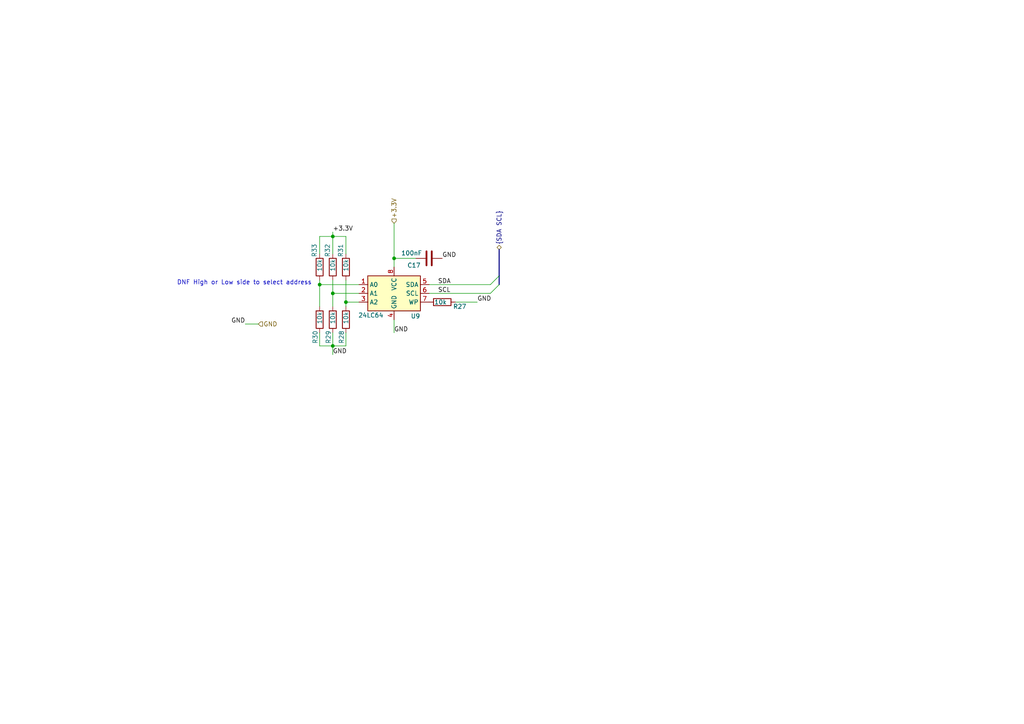
<source format=kicad_sch>
(kicad_sch (version 20231120) (generator "eeschema") (generator_version "8.0")
  (paper "A4")
  (lib_symbols
    (symbol "Device:C" (pin_numbers hide) (pin_names (offset 0.254))
      (property "Reference" "C" (at 0.635 2.54 0))
      (property "Value" "C" (at 0.635 -2.54 0))
      (symbol "C_0_1"
        (polyline (pts (xy -2.032 -0.762) (xy 2.032 -0.762)) (stroke (width 0.508)))
        (polyline (pts (xy -2.032 0.762) (xy 2.032 0.762)) (stroke (width 0.508)))
      )
      (symbol "C_1_1"
        (pin passive line (at 0 3.81 270) (length 2.794) (name "~") (number "1"))
        (pin passive line (at 0 -3.81 90) (length 2.794) (name "~") (number "2"))
      )
    )
    (symbol "Device:R" (pin_numbers hide) (pin_names (offset 0))
      (property "Reference" "R" (at 2.032 0 90))
      (property "Value" "R" (at 0 0 90))
      (symbol "R_0_1"
        (rectangle (start -1.016 -2.54) (end 1.016 2.54) (stroke (width 0.254)))
      )
      (symbol "R_1_1"
        (pin passive line (at 0 3.81 270) (length 1.27) (name "~") (number "1"))
        (pin passive line (at 0 -3.81 90) (length 1.27) (name "~") (number "2"))
      )
    )
    (symbol "Memory_EEPROM:24LC64"
      (property "Reference" "U" (at -6.35 6.35 0))
      (property "Value" "24LC64" (at 1.27 6.35 0))
      (symbol "24LC64_1_1"
        (rectangle (start -7.62 5.08) (end 7.62 -5.08) (stroke (width 0.254)) (fill (type background)))
        (pin input line (at -10.16 2.54 0) (length 2.54) (name "A0") (number "1"))
        (pin input line (at -10.16 0 0) (length 2.54) (name "A1") (number "2"))
        (pin input line (at -10.16 -2.54 0) (length 2.54) (name "A2") (number "3"))
        (pin power_in line (at 0 -7.62 90) (length 2.54) (name "GND") (number "4"))
        (pin bidirectional line (at 10.16 2.54 180) (length 2.54) (name "SDA") (number "5"))
        (pin input line (at 10.16 0 180) (length 2.54) (name "SCL") (number "6"))
        (pin input line (at 10.16 -2.54 180) (length 2.54) (name "WP") (number "7"))
        (pin power_in line (at 0 7.62 270) (length 2.54) (name "VCC") (number "8"))
      )
    )
  )
  (junction (at 96.52 68.58))
  (junction (at 114.3 74.93))
  (junction (at 92.71 82.55))
  (junction (at 100.33 87.63))
  (junction (at 96.52 85.09))
  (junction (at 96.52 100.33))
  (bus_entry (at 142.24 82.55) (size 2.54 -2.54))
  (bus_entry (at 142.24 85.09) (size 2.54 -2.54))
  (wire (pts (xy 114.3 74.93) (xy 114.3 77.47)))
  (wire (pts (xy 96.52 68.58) (xy 96.52 67.31)))
  (wire (pts (xy 114.3 92.71) (xy 114.3 96.52)))
  (wire (pts (xy 96.52 81.28) (xy 96.52 85.09)))
  (wire (pts (xy 92.71 100.33) (xy 96.52 100.33)))
  (wire (pts (xy 96.52 85.09) (xy 96.52 88.9)))
  (wire (pts (xy 71.12 93.98) (xy 74.93 93.98)))
  (bus (pts (xy 144.78 80.01) (xy 144.78 72.39)))
  (wire (pts (xy 92.71 81.28) (xy 92.71 82.55)))
  (wire (pts (xy 104.14 85.09) (xy 96.52 85.09)))
  (wire (pts (xy 132.08 87.63) (xy 138.43 87.63)))
  (wire (pts (xy 100.33 96.52) (xy 100.33 100.33)))
  (wire (pts (xy 92.71 82.55) (xy 92.71 88.9)))
  (wire (pts (xy 104.14 82.55) (xy 92.71 82.55)))
  (wire (pts (xy 96.52 100.33) (xy 96.52 102.87)))
  (wire (pts (xy 96.52 68.58) (xy 96.52 73.66)))
  (wire (pts (xy 114.3 64.77) (xy 114.3 74.93)))
  (wire (pts (xy 124.46 82.55) (xy 142.24 82.55)))
  (wire (pts (xy 92.71 96.52) (xy 92.71 100.33)))
  (wire (pts (xy 100.33 81.28) (xy 100.33 87.63)))
  (wire (pts (xy 114.3 74.93) (xy 120.65 74.93)))
  (wire (pts (xy 92.71 73.66) (xy 92.71 68.58)))
  (bus (pts (xy 144.78 82.55) (xy 144.78 80.01)))
  (wire (pts (xy 124.46 85.09) (xy 142.24 85.09)))
  (wire (pts (xy 100.33 100.33) (xy 96.52 100.33)))
  (wire (pts (xy 100.33 68.58) (xy 96.52 68.58)))
  (wire (pts (xy 96.52 96.52) (xy 96.52 100.33)))
  (wire (pts (xy 104.14 87.63) (xy 100.33 87.63)))
  (wire (pts (xy 100.33 87.63) (xy 100.33 88.9)))
  (wire (pts (xy 100.33 73.66) (xy 100.33 68.58)))
  (wire (pts (xy 92.71 68.58) (xy 96.52 68.58)))
  (text "DNF High or Low side to select address" (at 70.866 82.042 0) (effects (font (size 1.27 1.27))))
  (label "GND" (at 96.52 102.87 0))
  (label "SCL" (at 127 85.09 0))
  (label "GND" (at 128.27 74.93 0))
  (label "SDA" (at 127 82.55 0))
  (label "GND" (at 138.43 87.63 0))
  (label "+3.3V" (at 96.52 67.31 0))
  (label "GND" (at 114.3 96.52 0))
  (label "GND" (at 71.12 93.98 180))
  (hierarchical_label "+3.3V" (shape input) (at 114.3 64.77 90))
  (hierarchical_label "GND" (shape input) (at 74.93 93.98 0))
  (hierarchical_label "{SDA SCL}" (shape bidirectional) (at 144.78 72.39 90))
  (symbol (lib_id "Device:R") (at 92.71 77.47 0) (unit 1)
    (property "Reference" "R33" (at 91.186 72.644 90))
    (property "Value" "10k" (at 92.71 76.962 90))
    (property "Footprint" "Resistor_SMD:R_0603_1608Metric" (effects (hide yes)))
  )
  (symbol (lib_id "Memory_EEPROM:24LC64") (at 114.3 85.09 0) (unit 1)
    (property "Reference" "U9" (at 119.126 91.694 0) (effects (justify left)))
    (property "Value" "24LC64" (at 103.886 91.44 0) (effects (justify left)))
    (property "Footprint" "Package_SO:SOIC-8-1EP_3.9x4.9mm_P1.27mm_EP2.29x3mm" (effects (hide yes)))
    (property "Datasheet" "http://ww1.microchip.com/downloads/en/DeviceDoc/21189f.pdf" (effects (hide yes)))
    (property "Description" "I2C Serial EEPROM, 64Kb, DIP-8/SOIC-8/TSSOP-8/DFN-8" (effects (hide yes)))
  )
  (symbol (lib_id "Device:R") (at 128.27 87.63 90) (unit 1)
    (property "Reference" "R27" (at 133.35 88.9 90))
    (property "Value" "10k" (at 127.762 87.63 90))
    (property "Footprint" "Resistor_SMD:R_0603_1608Metric" (effects (hide yes)))
  )
  (symbol (lib_id "Device:R") (at 100.33 92.71 0) (unit 1)
    (property "Reference" "R28" (at 99.06 97.79 90))
    (property "Value" "10k" (at 100.33 92.202 90))
    (property "Footprint" "Resistor_SMD:R_0603_1608Metric" (effects (hide yes)))
  )
  (symbol (lib_id "Device:R") (at 92.71 92.71 0) (unit 1)
    (property "Reference" "R30" (at 91.44 97.79 90))
    (property "Value" "10k" (at 92.71 92.202 90))
    (property "Footprint" "Resistor_SMD:R_0603_1608Metric" (effects (hide yes)))
  )
  (symbol (lib_id "Device:R") (at 100.33 77.47 0) (unit 1)
    (property "Reference" "R31" (at 98.806 72.644 90))
    (property "Value" "10k" (at 100.33 76.962 90))
    (property "Footprint" "Resistor_SMD:R_0603_1608Metric" (effects (hide yes)))
  )
  (symbol (lib_id "Device:R") (at 96.52 77.47 0) (unit 1)
    (property "Reference" "R32" (at 94.996 72.644 90))
    (property "Value" "10k" (at 96.52 76.962 90))
    (property "Footprint" "Resistor_SMD:R_0603_1608Metric" (effects (hide yes)))
  )
  (symbol (lib_id "Device:C") (at 124.46 74.93 270) (unit 1)
    (property "Reference" "C17" (at 118.11 76.962 90) (effects (justify left)))
    (property "Value" "100nF" (at 116.332 73.406 90) (effects (justify left)))
    (property "Footprint" "Capacitor_SMD:C_0603_1608Metric" (effects (hide yes)))
  )
  (symbol (lib_id "Device:R") (at 96.52 92.71 0) (unit 1)
    (property "Reference" "R29" (at 95.25 97.79 90))
    (property "Value" "10k" (at 96.52 92.202 90))
    (property "Footprint" "Resistor_SMD:R_0603_1608Metric" (effects (hide yes)))
  )
)
</source>
